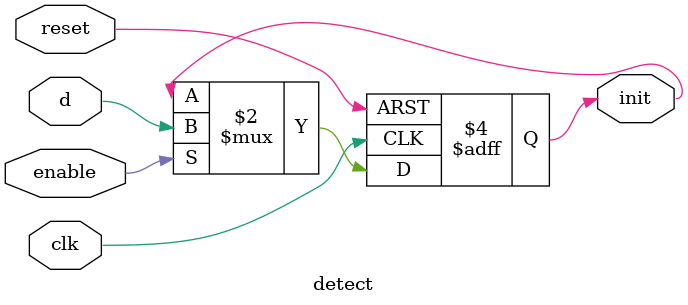
<source format=v>
`timescale 1ns / 1ps
	module detect (
		input wire clk,enable,reset,d,
		output reg init
	);
	always@(negedge clk or posedge reset) begin 
			if(reset) begin 
				init <= 0;
			end else begin 
				if(enable) begin
					init <= d;
				end
			end
	end
	endmodule

</source>
